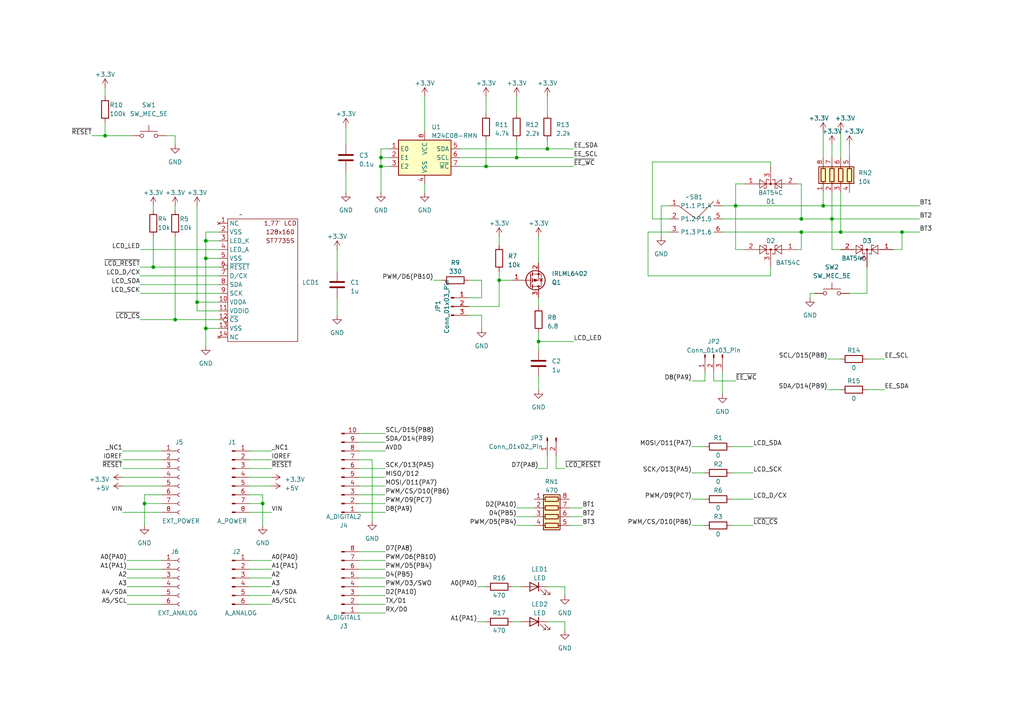
<source format=kicad_sch>
(kicad_sch (version 20230121) (generator eeschema)
  (paper "A4")
  (lib_symbols
    (symbol "Connector:Conn_01x02_Pin" (pin_names (offset 1.016) hide)
      (property "Reference" "J" (at 0 2.54 0))
      (property "Value" "Conn_01x02_Pin" (at 0 -5.08 0))
      (symbol "Conn_01x02_Pin_1_1"
        (pin passive line (at 5.08 0 180) (length 3.81) (name "Pin_1") (number "1"))
        (pin passive line (at 5.08 -2.54 180) (length 3.81) (name "Pin_2") (number "2"))
      )
    )
    (symbol "Connector:Conn_01x03_Pin" (pin_names (offset 1.016) hide)
      (property "Reference" "J" (at 0 5.08 0))
      (property "Value" "Conn_01x03_Pin" (at 0 -5.08 0))
      (symbol "Conn_01x03_Pin_1_1"
        (pin passive line (at 5.08 2.54 180) (length 3.81) (name "Pin_1") (number "1"))
        (pin passive line (at 5.08 0 180) (length 3.81) (name "Pin_2") (number "2"))
        (pin passive line (at 5.08 -2.54 180) (length 3.81) (name "Pin_3") (number "3"))
      )
    )
    (symbol "Connector:Conn_01x06_Pin" (pin_names (offset 1.016) hide)
      (property "Reference" "J" (at 0 7.62 0))
      (property "Value" "Conn_01x06_Pin" (at 0 -10.16 0))
      (symbol "Conn_01x06_Pin_1_1"
        (pin passive line (at 5.08 5.08 180) (length 3.81) (name "Pin_1") (number "1"))
        (pin passive line (at 5.08 2.54 180) (length 3.81) (name "Pin_2") (number "2"))
        (pin passive line (at 5.08 0 180) (length 3.81) (name "Pin_3") (number "3"))
        (pin passive line (at 5.08 -2.54 180) (length 3.81) (name "Pin_4") (number "4"))
        (pin passive line (at 5.08 -5.08 180) (length 3.81) (name "Pin_5") (number "5"))
        (pin passive line (at 5.08 -7.62 180) (length 3.81) (name "Pin_6") (number "6"))
      )
    )
    (symbol "Connector:Conn_01x06_Socket" (pin_names (offset 1.016) hide)
      (property "Reference" "J" (at 0 7.62 0))
      (property "Value" "Conn_01x06_Socket" (at 0 -10.16 0))
      (symbol "Conn_01x06_Socket_1_1"
        (pin passive line (at -5.08 5.08 0) (length 3.81) (name "Pin_1") (number "1"))
        (pin passive line (at -5.08 2.54 0) (length 3.81) (name "Pin_2") (number "2"))
        (pin passive line (at -5.08 0 0) (length 3.81) (name "Pin_3") (number "3"))
        (pin passive line (at -5.08 -2.54 0) (length 3.81) (name "Pin_4") (number "4"))
        (pin passive line (at -5.08 -5.08 0) (length 3.81) (name "Pin_5") (number "5"))
        (pin passive line (at -5.08 -7.62 0) (length 3.81) (name "Pin_6") (number "6"))
      )
    )
    (symbol "Connector:Conn_01x08_Pin" (pin_names (offset 1.016) hide)
      (property "Reference" "J" (at 0 10.16 0))
      (property "Value" "Conn_01x08_Pin" (at 0 -12.7 0))
      (symbol "Conn_01x08_Pin_1_1"
        (pin passive line (at 5.08 7.62 180) (length 3.81) (name "Pin_1") (number "1"))
        (pin passive line (at 5.08 5.08 180) (length 3.81) (name "Pin_2") (number "2"))
        (pin passive line (at 5.08 2.54 180) (length 3.81) (name "Pin_3") (number "3"))
        (pin passive line (at 5.08 0 180) (length 3.81) (name "Pin_4") (number "4"))
        (pin passive line (at 5.08 -2.54 180) (length 3.81) (name "Pin_5") (number "5"))
        (pin passive line (at 5.08 -5.08 180) (length 3.81) (name "Pin_6") (number "6"))
        (pin passive line (at 5.08 -7.62 180) (length 3.81) (name "Pin_7") (number "7"))
        (pin passive line (at 5.08 -10.16 180) (length 3.81) (name "Pin_8") (number "8"))
      )
    )
    (symbol "Connector:Conn_01x08_Socket" (pin_names (offset 1.016) hide)
      (property "Reference" "J" (at 0 10.16 0))
      (property "Value" "Conn_01x08_Socket" (at 0 -12.7 0))
      (symbol "Conn_01x08_Socket_1_1"
        (pin passive line (at -5.08 7.62 0) (length 3.81) (name "Pin_1") (number "1"))
        (pin passive line (at -5.08 5.08 0) (length 3.81) (name "Pin_2") (number "2"))
        (pin passive line (at -5.08 2.54 0) (length 3.81) (name "Pin_3") (number "3"))
        (pin passive line (at -5.08 0 0) (length 3.81) (name "Pin_4") (number "4"))
        (pin passive line (at -5.08 -2.54 0) (length 3.81) (name "Pin_5") (number "5"))
        (pin passive line (at -5.08 -5.08 0) (length 3.81) (name "Pin_6") (number "6"))
        (pin passive line (at -5.08 -7.62 0) (length 3.81) (name "Pin_7") (number "7"))
        (pin passive line (at -5.08 -10.16 0) (length 3.81) (name "Pin_8") (number "8"))
      )
    )
    (symbol "Connector:Conn_01x10_Pin" (pin_names (offset 1.016) hide)
      (property "Reference" "J" (at 0 12.7 0))
      (property "Value" "Conn_01x10_Pin" (at 0 -15.24 0))
      (symbol "Conn_01x10_Pin_1_1"
        (pin passive line (at 5.08 10.16 180) (length 3.81) (name "Pin_1") (number "1"))
        (pin passive line (at 5.08 -12.7 180) (length 3.81) (name "Pin_10") (number "10"))
        (pin passive line (at 5.08 7.62 180) (length 3.81) (name "Pin_2") (number "2"))
        (pin passive line (at 5.08 5.08 180) (length 3.81) (name "Pin_3") (number "3"))
        (pin passive line (at 5.08 2.54 180) (length 3.81) (name "Pin_4") (number "4"))
        (pin passive line (at 5.08 0 180) (length 3.81) (name "Pin_5") (number "5"))
        (pin passive line (at 5.08 -2.54 180) (length 3.81) (name "Pin_6") (number "6"))
        (pin passive line (at 5.08 -5.08 180) (length 3.81) (name "Pin_7") (number "7"))
        (pin passive line (at 5.08 -7.62 180) (length 3.81) (name "Pin_8") (number "8"))
        (pin passive line (at 5.08 -10.16 180) (length 3.81) (name "Pin_9") (number "9"))
      )
    )
    (symbol "Device:C" (pin_numbers hide) (pin_names (offset 0.254))
      (property "Reference" "C" (at 0.635 2.54 0))
      (property "Value" "C" (at 0.635 -2.54 0))
      (symbol "C_1_1"
        (pin passive line (at 0 3.81 270) (length 2.794) (name "~") (number "1"))
        (pin passive line (at 0 -3.81 90) (length 2.794) (name "~") (number "2"))
      )
    )
    (symbol "Device:LED" (pin_numbers hide) (pin_names (offset 1.016) hide)
      (property "Reference" "D" (at 0 2.54 0))
      (property "Value" "LED" (at 0 -2.54 0))
      (symbol "LED_1_1"
        (pin passive line (at -3.81 0 0) (length 2.54) (name "K") (number "1"))
        (pin passive line (at 3.81 0 180) (length 2.54) (name "A") (number "2"))
      )
    )
    (symbol "Device:R" (pin_numbers hide) (pin_names (offset 0))
      (property "Reference" "R" (at 2.032 0 90))
      (property "Value" "R" (at 0 0 90))
      (symbol "R_1_1"
        (pin passive line (at 0 3.81 270) (length 1.27) (name "~") (number "1"))
        (pin passive line (at 0 -3.81 90) (length 1.27) (name "~") (number "2"))
      )
    )
    (symbol "Device:R_Pack04" (pin_names (offset 0) hide)
      (property "Reference" "RN" (at -7.62 0 90))
      (property "Value" "R_Pack04" (at 5.08 0 90))
      (symbol "R_Pack04_1_1"
        (pin passive line (at -5.08 -5.08 90) (length 2.54) (name "R1.1") (number "1"))
        (pin passive line (at -2.54 -5.08 90) (length 2.54) (name "R2.1") (number "2"))
        (pin passive line (at 0 -5.08 90) (length 2.54) (name "R3.1") (number "3"))
        (pin passive line (at 2.54 -5.08 90) (length 2.54) (name "R4.1") (number "4"))
        (pin passive line (at 2.54 5.08 270) (length 2.54) (name "R4.2") (number "5"))
        (pin passive line (at 0 5.08 270) (length 2.54) (name "R3.2") (number "6"))
        (pin passive line (at -2.54 5.08 270) (length 2.54) (name "R2.2") (number "7"))
        (pin passive line (at -5.08 5.08 270) (length 2.54) (name "R1.2") (number "8"))
      )
    )
    (symbol "Diode:BAT54C" (pin_names (offset 1.016))
      (property "Reference" "D" (at 0.635 -3.81 0))
      (property "Value" "BAT54C" (at -6.35 3.175 0))
      (symbol "BAT54C_1_1"
        (pin passive line (at -7.62 0 0) (length 3.81) (name "~") (number "1"))
        (pin passive line (at 7.62 0 180) (length 3.81) (name "~") (number "2"))
        (pin passive line (at 0 -5.08 90) (length 5.08) (name "~") (number "3"))
      )
    )
    (symbol "K1-1504SA-03:K1-1504SA-03"
      (property "Reference" "SB" (at -2.54 6.35 0))
      (symbol "K1-1504SA-03_1_1"
        (pin input line (at -7.62 3.81 0) (length 2.54) (name "P1.1") (number "1"))
        (pin input line (at -7.62 0 0) (length 2.54) (name "P1.2") (number "2"))
        (pin input line (at -7.62 -3.81 0) (length 2.54) (name "P1.3") (number "3"))
        (pin input line (at 7.62 3.81 180) (length 2.54) (name "P1.4") (number "4"))
        (pin input line (at 7.62 0 180) (length 2.54) (name "P1.5") (number "5"))
        (pin input line (at 7.62 -3.81 180) (length 2.54) (name "P1.6") (number "6"))
      )
    )
    (symbol "Memory_EEPROM:M24C02-RMN"
      (property "Reference" "U" (at -6.35 6.35 0))
      (property "Value" "M24C02-RMN" (at 7.62 6.35 0))
      (symbol "M24C02-RMN_1_1"
        (pin input line (at -10.16 2.54 0) (length 2.54) (name "E0") (number "1"))
        (pin input line (at -10.16 0 0) (length 2.54) (name "E1") (number "2"))
        (pin input line (at -10.16 -2.54 0) (length 2.54) (name "E2") (number "3"))
        (pin power_in line (at 0 -7.62 90) (length 2.54) (name "VSS") (number "4"))
        (pin bidirectional line (at 10.16 2.54 180) (length 2.54) (name "SDA") (number "5"))
        (pin input line (at 10.16 0 180) (length 2.54) (name "SCL") (number "6"))
        (pin input line (at 10.16 -2.54 180) (length 2.54) (name "~{WC}") (number "7"))
        (pin power_in line (at 0 7.62 270) (length 2.54) (name "VCC") (number "8"))
      )
    )
    (symbol "ST7735_GMT177-01:ST7735"
      (property "Reference" "LCD" (at -6.35 19.05 0))
      (symbol "ST7735_1_1"
        (text "1,77' LCD" (at 5.08 16.51 0) (effects (font (size 1.27 1.27))))
        (text "128x160" (at 5.08 13.97 0) (effects (font (size 1.27 1.27))))
        (text "ST7735S" (at 5.08 11.43 0) (effects (font (size 1.27 1.27))))
        (pin no_connect line (at -12.7 16.51 0) (length 2.54) (name "NC") (number "1"))
        (pin power_in line (at -12.7 -6.35 0) (length 2.54) (name "VDDA") (number "10"))
        (pin power_in line (at -12.7 -8.89 0) (length 2.54) (name "VDDIO") (number "11"))
        (pin input inverted (at -12.7 -11.43 0) (length 2.54) (name "~{CS}") (number "12"))
        (pin power_in line (at -12.7 -13.97 0) (length 2.54) (name "VSS") (number "13"))
        (pin no_connect line (at -12.7 -16.51 0) (length 2.54) (name "NC") (number "14"))
        (pin power_in line (at -12.7 13.97 0) (length 2.54) (name "VSS") (number "2"))
        (pin input line (at -12.7 11.43 0) (length 2.54) (name "LED_K") (number "3"))
        (pin input line (at -12.7 8.89 0) (length 2.54) (name "LED_A") (number "4"))
        (pin power_in line (at -12.7 6.35 0) (length 2.54) (name "VSS") (number "5"))
        (pin input inverted (at -12.7 3.81 0) (length 2.54) (name "~{RESET}") (number "6"))
        (pin input line (at -12.7 1.27 0) (length 2.54) (name "D/CX") (number "7"))
        (pin bidirectional line (at -12.7 -1.27 0) (length 2.54) (name "SDA") (number "8"))
        (pin input line (at -12.7 -3.81 0) (length 2.54) (name "SCK") (number "9"))
      )
    )
    (symbol "Switch:SW_Push" (pin_numbers hide) (pin_names (offset 1.016) hide)
      (property "Reference" "SW" (at 1.27 2.54 0))
      (property "Value" "SW_Push" (at 0 -1.524 0))
      (symbol "SW_Push_0_1"
        (pin passive line (at -5.08 0 0) (length 2.54) (name "1") (number "1"))
        (pin passive line (at 5.08 0 180) (length 2.54) (name "2") (number "2"))
      )
    )
    (symbol "Transistor_FET:IRLML6402" (pin_names hide)
      (property "Reference" "Q" (at 5.08 1.905 0))
      (property "Value" "IRLML6402" (at 5.08 0 0))
      (symbol "IRLML6402_1_1"
        (pin input line (at -5.08 0 0) (length 2.54) (name "G") (number "1"))
        (pin passive line (at 2.54 -5.08 90) (length 2.54) (name "S") (number "2"))
        (pin passive line (at 2.54 5.08 270) (length 2.54) (name "D") (number "3"))
      )
    )
    (symbol "power:+3.3V" (power) (pin_names (offset 0))
      (property "Value" "+3.3V" (at 0 3.556 0))
      (symbol "+3.3V_1_1"
        (pin power_in line (at 0 0 90) (length 0) hide (name "+3.3V") (number "1"))
      )
    )
    (symbol "power:+5V" (power) (pin_names (offset 0))
      (property "Value" "+5V" (at 0 3.556 0))
      (symbol "+5V_1_1"
        (pin power_in line (at 0 0 90) (length 0) hide (name "+5V") (number "1"))
      )
    )
    (symbol "power:GND" (power) (pin_names (offset 0))
      (property "Value" "GND" (at 0 -3.81 0))
      (symbol "GND_1_1"
        (pin power_in line (at 0 0 270) (length 0) hide (name "GND") (number "1"))
      )
    )
  )
  (junction (at 158.75 43.18))
  (junction (at 57.15 87.63))
  (junction (at 30.48 39.37))
  (junction (at 50.8 92.71))
  (junction (at 241.3 63.5))
  (junction (at 59.69 74.93))
  (junction (at 213.36 59.69))
  (junction (at 156.21 99.06))
  (junction (at 232.41 67.31))
  (junction (at 44.45 77.47))
  (junction (at 59.69 95.25))
  (junction (at 149.86 45.72))
  (junction (at 110.49 45.72))
  (junction (at 140.97 48.26))
  (junction (at 144.78 81.28))
  (junction (at 232.41 63.5))
  (junction (at 243.84 67.31))
  (junction (at 261.62 67.31))
  (junction (at 59.69 69.85))
  (junction (at 76.2 146.05))
  (junction (at 41.91 146.05))
  (junction (at 110.49 48.26))
  (junction (at 238.76 59.69))
  (wire (pts (xy 40.64 82.55) (xy 63.5 82.55)))
  (wire (pts (xy 40.64 85.09) (xy 63.5 85.09)))
  (wire (pts (xy 158.75 180.34) (xy 163.83 180.34)))
  (wire (pts (xy 35.56 140.97) (xy 46.99 140.97)))
  (wire (pts (xy 44.45 59.69) (xy 44.45 60.96)))
  (wire (pts (xy 144.78 88.9) (xy 144.78 81.28)))
  (wire (pts (xy 149.86 27.94) (xy 149.86 33.02)))
  (wire (pts (xy 107.95 133.35) (xy 107.95 151.13)))
  (wire (pts (xy 57.15 87.63) (xy 57.15 90.17)))
  (wire (pts (xy 241.3 55.88) (xy 241.3 63.5)))
  (wire (pts (xy 35.56 138.43) (xy 46.99 138.43)))
  (wire (pts (xy 97.79 86.36) (xy 97.79 91.44)))
  (wire (pts (xy 194.31 67.31) (xy 187.96 67.31)))
  (wire (pts (xy 35.56 130.81) (xy 46.99 130.81)))
  (wire (pts (xy 72.39 146.05) (xy 76.2 146.05)))
  (wire (pts (xy 59.69 69.85) (xy 59.69 74.93)))
  (wire (pts (xy 30.48 35.56) (xy 30.48 39.37)))
  (wire (pts (xy 234.95 85.09) (xy 234.95 86.36)))
  (wire (pts (xy 243.84 67.31) (xy 261.62 67.31)))
  (wire (pts (xy 140.97 27.94) (xy 140.97 33.02)))
  (wire (pts (xy 209.55 107.95) (xy 209.55 114.3)))
  (wire (pts (xy 231.14 53.34) (xy 232.41 53.34)))
  (wire (pts (xy 35.56 133.35) (xy 46.99 133.35)))
  (wire (pts (xy 149.86 152.4) (xy 154.94 152.4)))
  (wire (pts (xy 104.14 128.27) (xy 111.76 128.27)))
  (wire (pts (xy 104.14 135.89) (xy 111.76 135.89)))
  (wire (pts (xy 156.21 96.52) (xy 156.21 99.06)))
  (wire (pts (xy 36.83 170.18) (xy 46.99 170.18)))
  (wire (pts (xy 223.52 77.47) (xy 223.52 80.01)))
  (wire (pts (xy 204.47 110.49) (xy 200.66 110.49)))
  (wire (pts (xy 72.39 172.72) (xy 78.74 172.72)))
  (wire (pts (xy 104.14 143.51) (xy 111.76 143.51)))
  (wire (pts (xy 50.8 92.71) (xy 63.5 92.71)))
  (wire (pts (xy 26.67 39.37) (xy 30.48 39.37)))
  (wire (pts (xy 191.77 59.69) (xy 191.77 68.58)))
  (wire (pts (xy 158.75 43.18) (xy 158.75 40.64)))
  (wire (pts (xy 261.62 72.39) (xy 261.62 67.31)))
  (wire (pts (xy 59.69 95.25) (xy 59.69 100.33)))
  (wire (pts (xy 209.55 59.69) (xy 213.36 59.69)))
  (wire (pts (xy 97.79 72.39) (xy 97.79 78.74)))
  (wire (pts (xy 44.45 68.58) (xy 44.45 77.47)))
  (wire (pts (xy 200.66 152.4) (xy 204.47 152.4)))
  (wire (pts (xy 57.15 90.17) (xy 63.5 90.17)))
  (wire (pts (xy 144.78 81.28) (xy 144.78 78.74)))
  (wire (pts (xy 232.41 63.5) (xy 209.55 63.5)))
  (wire (pts (xy 104.14 165.1) (xy 111.76 165.1)))
  (wire (pts (xy 246.38 41.91) (xy 246.38 45.72)))
  (wire (pts (xy 213.36 59.69) (xy 213.36 72.39)))
  (wire (pts (xy 232.41 67.31) (xy 232.41 72.39)))
  (wire (pts (xy 163.83 170.18) (xy 163.83 172.72)))
  (wire (pts (xy 110.49 43.18) (xy 113.03 43.18)))
  (wire (pts (xy 161.29 135.89) (xy 161.29 132.08)))
  (wire (pts (xy 133.35 43.18) (xy 158.75 43.18)))
  (wire (pts (xy 35.56 135.89) (xy 46.99 135.89)))
  (wire (pts (xy 149.86 45.72) (xy 149.86 40.64)))
  (wire (pts (xy 138.43 180.34) (xy 140.97 180.34)))
  (wire (pts (xy 240.03 113.03) (xy 243.84 113.03)))
  (wire (pts (xy 100.33 49.53) (xy 100.33 55.88)))
  (wire (pts (xy 243.84 55.88) (xy 243.84 67.31)))
  (wire (pts (xy 104.14 140.97) (xy 111.76 140.97)))
  (wire (pts (xy 238.76 38.1) (xy 238.76 45.72)))
  (wire (pts (xy 144.78 81.28) (xy 148.59 81.28)))
  (wire (pts (xy 156.21 135.89) (xy 158.75 135.89)))
  (wire (pts (xy 261.62 67.31) (xy 266.7 67.31)))
  (wire (pts (xy 35.56 148.59) (xy 46.99 148.59)))
  (wire (pts (xy 149.86 149.86) (xy 154.94 149.86)))
  (wire (pts (xy 165.1 152.4) (xy 168.91 152.4)))
  (wire (pts (xy 163.83 135.89) (xy 161.29 135.89)))
  (wire (pts (xy 41.91 146.05) (xy 46.99 146.05)))
  (wire (pts (xy 50.8 41.91) (xy 50.8 39.37)))
  (wire (pts (xy 72.39 138.43) (xy 78.74 138.43)))
  (wire (pts (xy 72.39 143.51) (xy 76.2 143.51)))
  (wire (pts (xy 104.14 130.81) (xy 111.76 130.81)))
  (wire (pts (xy 241.3 72.39) (xy 243.84 72.39)))
  (wire (pts (xy 110.49 45.72) (xy 113.03 45.72)))
  (wire (pts (xy 187.96 67.31) (xy 187.96 80.01)))
  (wire (pts (xy 40.64 72.39) (xy 63.5 72.39)))
  (wire (pts (xy 213.36 53.34) (xy 213.36 59.69)))
  (wire (pts (xy 243.84 67.31) (xy 232.41 67.31)))
  (wire (pts (xy 139.7 91.44) (xy 139.7 95.25)))
  (wire (pts (xy 104.14 172.72) (xy 111.76 172.72)))
  (wire (pts (xy 46.99 143.51) (xy 41.91 143.51)))
  (wire (pts (xy 156.21 86.36) (xy 156.21 88.9)))
  (wire (pts (xy 72.39 135.89) (xy 78.74 135.89)))
  (wire (pts (xy 104.14 167.64) (xy 111.76 167.64)))
  (wire (pts (xy 104.14 125.73) (xy 111.76 125.73)))
  (wire (pts (xy 123.19 53.34) (xy 123.19 55.88)))
  (wire (pts (xy 148.59 180.34) (xy 151.13 180.34)))
  (wire (pts (xy 40.64 92.71) (xy 50.8 92.71)))
  (wire (pts (xy 59.69 69.85) (xy 63.5 69.85)))
  (wire (pts (xy 189.23 63.5) (xy 194.31 63.5)))
  (wire (pts (xy 187.96 80.01) (xy 223.52 80.01)))
  (wire (pts (xy 133.35 48.26) (xy 140.97 48.26)))
  (wire (pts (xy 36.83 162.56) (xy 46.99 162.56)))
  (wire (pts (xy 104.14 170.18) (xy 111.76 170.18)))
  (wire (pts (xy 158.75 135.89) (xy 158.75 132.08)))
  (wire (pts (xy 158.75 170.18) (xy 163.83 170.18)))
  (wire (pts (xy 72.39 130.81) (xy 78.74 130.81)))
  (wire (pts (xy 140.97 48.26) (xy 166.37 48.26)))
  (wire (pts (xy 212.09 137.16) (xy 218.44 137.16)))
  (wire (pts (xy 200.66 144.78) (xy 204.47 144.78)))
  (wire (pts (xy 72.39 162.56) (xy 78.74 162.56)))
  (wire (pts (xy 223.52 48.26) (xy 223.52 46.99)))
  (wire (pts (xy 215.9 53.34) (xy 213.36 53.34)))
  (wire (pts (xy 156.21 99.06) (xy 166.37 99.06)))
  (wire (pts (xy 44.45 77.47) (xy 63.5 77.47)))
  (wire (pts (xy 156.21 68.58) (xy 156.21 76.2)))
  (wire (pts (xy 59.69 67.31) (xy 59.69 69.85)))
  (wire (pts (xy 212.09 152.4) (xy 218.44 152.4)))
  (wire (pts (xy 149.86 45.72) (xy 166.37 45.72)))
  (wire (pts (xy 110.49 48.26) (xy 113.03 48.26)))
  (wire (pts (xy 163.83 180.34) (xy 163.83 182.88)))
  (wire (pts (xy 204.47 107.95) (xy 204.47 110.49)))
  (wire (pts (xy 36.83 165.1) (xy 46.99 165.1)))
  (wire (pts (xy 59.69 74.93) (xy 59.69 95.25)))
  (wire (pts (xy 104.14 146.05) (xy 111.76 146.05)))
  (wire (pts (xy 72.39 140.97) (xy 78.74 140.97)))
  (wire (pts (xy 251.46 104.14) (xy 256.54 104.14)))
  (wire (pts (xy 238.76 59.69) (xy 266.7 59.69)))
  (wire (pts (xy 76.2 146.05) (xy 76.2 152.4)))
  (wire (pts (xy 50.8 59.69) (xy 50.8 60.96)))
  (wire (pts (xy 104.14 138.43) (xy 111.76 138.43)))
  (wire (pts (xy 240.03 104.14) (xy 243.84 104.14)))
  (wire (pts (xy 259.08 72.39) (xy 261.62 72.39)))
  (wire (pts (xy 156.21 99.06) (xy 156.21 101.6)))
  (wire (pts (xy 59.69 74.93) (xy 63.5 74.93)))
  (wire (pts (xy 72.39 165.1) (xy 78.74 165.1)))
  (wire (pts (xy 41.91 146.05) (xy 41.91 152.4)))
  (wire (pts (xy 234.95 85.09) (xy 236.22 85.09)))
  (wire (pts (xy 139.7 81.28) (xy 139.7 86.36)))
  (wire (pts (xy 110.49 48.26) (xy 110.49 55.88)))
  (wire (pts (xy 241.3 72.39) (xy 241.3 63.5)))
  (wire (pts (xy 232.41 53.34) (xy 232.41 63.5)))
  (wire (pts (xy 165.1 147.32) (xy 168.91 147.32)))
  (wire (pts (xy 148.59 170.18) (xy 151.13 170.18)))
  (wire (pts (xy 76.2 143.51) (xy 76.2 146.05)))
  (wire (pts (xy 158.75 27.94) (xy 158.75 33.02)))
  (wire (pts (xy 135.89 88.9) (xy 144.78 88.9)))
  (wire (pts (xy 135.89 91.44) (xy 139.7 91.44)))
  (wire (pts (xy 72.39 148.59) (xy 78.74 148.59)))
  (wire (pts (xy 165.1 149.86) (xy 168.91 149.86)))
  (wire (pts (xy 207.01 110.49) (xy 213.36 110.49)))
  (wire (pts (xy 200.66 129.54) (xy 204.47 129.54)))
  (wire (pts (xy 100.33 36.83) (xy 100.33 41.91)))
  (wire (pts (xy 200.66 137.16) (xy 204.47 137.16)))
  (wire (pts (xy 104.14 133.35) (xy 107.95 133.35)))
  (wire (pts (xy 144.78 68.58) (xy 144.78 71.12)))
  (wire (pts (xy 40.64 80.01) (xy 63.5 80.01)))
  (wire (pts (xy 41.91 143.51) (xy 41.91 146.05)))
  (wire (pts (xy 156.21 109.22) (xy 156.21 113.03)))
  (wire (pts (xy 212.09 144.78) (xy 218.44 144.78)))
  (wire (pts (xy 72.39 170.18) (xy 78.74 170.18)))
  (wire (pts (xy 110.49 45.72) (xy 110.49 48.26)))
  (wire (pts (xy 72.39 175.26) (xy 78.74 175.26)))
  (wire (pts (xy 213.36 72.39) (xy 215.9 72.39)))
  (wire (pts (xy 251.46 113.03) (xy 256.54 113.03)))
  (wire (pts (xy 57.15 87.63) (xy 63.5 87.63)))
  (wire (pts (xy 30.48 25.4) (xy 30.48 27.94)))
  (wire (pts (xy 140.97 48.26) (xy 140.97 40.64)))
  (wire (pts (xy 36.83 175.26) (xy 46.99 175.26)))
  (wire (pts (xy 207.01 107.95) (xy 207.01 110.49)))
  (wire (pts (xy 212.09 129.54) (xy 218.44 129.54)))
  (wire (pts (xy 241.3 63.5) (xy 266.7 63.5)))
  (wire (pts (xy 36.83 167.64) (xy 46.99 167.64)))
  (wire (pts (xy 50.8 39.37) (xy 48.26 39.37)))
  (wire (pts (xy 223.52 46.99) (xy 189.23 46.99)))
  (wire (pts (xy 241.3 41.91) (xy 241.3 45.72)))
  (wire (pts (xy 135.89 81.28) (xy 139.7 81.28)))
  (wire (pts (xy 251.46 77.47) (xy 251.46 85.09)))
  (wire (pts (xy 243.84 38.1) (xy 243.84 45.72)))
  (wire (pts (xy 59.69 67.31) (xy 63.5 67.31)))
  (wire (pts (xy 189.23 46.99) (xy 189.23 63.5)))
  (wire (pts (xy 57.15 59.69) (xy 57.15 87.63)))
  (wire (pts (xy 238.76 59.69) (xy 213.36 59.69)))
  (wire (pts (xy 59.69 95.25) (xy 63.5 95.25)))
  (wire (pts (xy 158.75 43.18) (xy 166.37 43.18)))
  (wire (pts (xy 40.64 77.47) (xy 44.45 77.47)))
  (wire (pts (xy 149.86 147.32) (xy 154.94 147.32)))
  (wire (pts (xy 36.83 172.72) (xy 46.99 172.72)))
  (wire (pts (xy 110.49 43.18) (xy 110.49 45.72)))
  (wire (pts (xy 246.38 85.09) (xy 251.46 85.09)))
  (wire (pts (xy 104.14 162.56) (xy 111.76 162.56)))
  (wire (pts (xy 104.14 160.02) (xy 111.76 160.02)))
  (wire (pts (xy 138.43 170.18) (xy 140.97 170.18)))
  (wire (pts (xy 139.7 86.36) (xy 135.89 86.36)))
  (wire (pts (xy 194.31 59.69) (xy 191.77 59.69)))
  (wire (pts (xy 30.48 39.37) (xy 38.1 39.37)))
  (wire (pts (xy 133.35 45.72) (xy 149.86 45.72)))
  (wire (pts (xy 238.76 55.88) (xy 238.76 59.69)))
  (wire (pts (xy 125.73 81.28) (xy 128.27 81.28)))
  (wire (pts (xy 241.3 63.5) (xy 232.41 63.5)))
  (wire (pts (xy 104.14 177.8) (xy 111.76 177.8)))
  (wire (pts (xy 50.8 68.58) (xy 50.8 92.71)))
  (wire (pts (xy 104.14 148.59) (xy 111.76 148.59)))
  (wire (pts (xy 231.14 72.39) (xy 232.41 72.39)))
  (wire (pts (xy 209.55 67.31) (xy 232.41 67.31)))
  (wire (pts (xy 123.19 27.94) (xy 123.19 38.1)))
  (wire (pts (xy 104.14 175.26) (xy 111.76 175.26)))
  (wire (pts (xy 72.39 167.64) (xy 78.74 167.64)))
  (wire (pts (xy 72.39 133.35) (xy 78.74 133.35)))
  (label "RX{slash}D0" (at 111.76 177.8 0))
  (label "MOSI{slash}D11(PA7)" (at 111.76 140.97 0))
  (label "BT2" (at 266.7 63.5 0))
  (label "MISO{slash}D12" (at 111.76 138.43 0))
  (label "A2" (at 36.83 167.64 180))
  (label "D2(PA10)" (at 111.76 172.72 0))
  (label "~{EE_WC}" (at 166.37 48.26 0))
  (label "~{LCD_CS}" (at 40.64 92.71 180))
  (label "EE_SCL" (at 166.37 45.72 0))
  (label "A1(PA1)" (at 36.83 165.1 180))
  (label "SCL{slash}D15(PB8)" (at 111.76 125.73 0))
  (label "A1(PA1)" (at 78.74 165.1 0))
  (label "BT1" (at 266.7 59.69 0))
  (label "D8(PA9)" (at 200.66 110.49 180))
  (label "PWM{slash}D3{slash}SWO" (at 111.76 170.18 0))
  (label "BT3" (at 168.91 152.4 0))
  (label "PWM{slash}D6(PB10)" (at 125.73 81.28 180))
  (label "PWM{slash}D6(PB10)" (at 111.76 162.56 0))
  (label "_NC1" (at 35.56 130.81 180))
  (label "A1(PA1)" (at 138.43 180.34 180))
  (label "A0(PA0)" (at 78.74 162.56 0))
  (label "LCD_SCK" (at 40.64 85.09 180))
  (label "IOREF" (at 78.74 133.35 0))
  (label "LCD_D{slash}CX" (at 40.64 80.01 180))
  (label "D2(PA10)" (at 149.86 147.32 180))
  (label "D7(PA8)" (at 111.76 160.02 0))
  (label "LCD_SCK" (at 218.44 137.16 0))
  (label "MOSI{slash}D11(PA7)" (at 200.66 129.54 180))
  (label "SDA{slash}D14(PB9)" (at 240.03 113.03 180))
  (label "VIN" (at 78.74 148.59 0))
  (label "AVDD" (at 111.76 130.81 0))
  (label "D4(PB5)" (at 149.86 149.86 180))
  (label "PWM{slash}D5(PB4)" (at 111.76 165.1 0))
  (label "LCD_SDA" (at 218.44 129.54 0))
  (label "~{EE_WC}" (at 213.36 110.49 0))
  (label "D7(PA8)" (at 156.21 135.89 180))
  (label "LCD_LED" (at 40.64 72.39 180))
  (label "A3" (at 36.83 170.18 180))
  (label "SDA{slash}D14(PB9)" (at 111.76 128.27 0))
  (label "A5{slash}SCL" (at 78.74 175.26 0))
  (label "EE_SCL" (at 256.54 104.14 0))
  (label "D4(PB5)" (at 111.76 167.64 0))
  (label "A2" (at 78.74 167.64 0))
  (label "PWM{slash}CS{slash}D10(PB6)" (at 111.76 143.51 0))
  (label "VIN" (at 35.56 148.59 180))
  (label "A3" (at 78.74 170.18 0))
  (label "~{LCD_CS}" (at 218.44 152.4 0))
  (label "PWM{slash}D5(PB4)" (at 149.86 152.4 180))
  (label "TX{slash}D1" (at 111.76 175.26 0))
  (label "BT2" (at 168.91 149.86 0))
  (label "LCD_SDA" (at 40.64 82.55 180))
  (label "A5{slash}SCL" (at 36.83 175.26 180))
  (label "LCD_LED" (at 166.37 99.06 0))
  (label "EE_SDA" (at 256.54 113.03 0))
  (label "BT1" (at 168.91 147.32 0))
  (label "~{LCD_RESET}" (at 163.83 135.89 0))
  (label "SCL{slash}D15(PB8)" (at 240.03 104.14 180))
  (label "PWM{slash}D9(PC7)" (at 200.66 144.78 180))
  (label "LCD_D{slash}CX" (at 218.44 144.78 0))
  (label "EE_SDA" (at 166.37 43.18 0))
  (label "~{RESET}" (at 78.74 135.89 0))
  (label "~{LCD_RESET}" (at 40.64 77.47 180))
  (label "BT3" (at 266.7 67.31 0))
  (label "PWM{slash}CS{slash}D10(PB6)" (at 200.66 152.4 180))
  (label "_NC1" (at 78.74 130.81 0))
  (label "~{RESET}" (at 35.56 135.89 180))
  (label "PWM{slash}D9(PC7)" (at 111.76 146.05 0))
  (label "~{RESET}" (at 26.67 39.37 180))
  (label "SCK{slash}D13(PA5)" (at 111.76 135.89 0))
  (label "A4{slash}SDA" (at 78.74 172.72 0))
  (label "IOREF" (at 35.56 133.35 180))
  (label "A4{slash}SDA" (at 36.83 172.72 180))
  (label "D8(PA9)" (at 111.76 148.59 0))
  (label "SCK{slash}D13(PA5)" (at 200.66 137.16 180))
  (label "A0(PA0)" (at 36.83 162.56 180))
  (label "A0(PA0)" (at 138.43 170.18 180))
  (symbol (lib_id "Transistor_FET:IRLML6402") (at 153.67 81.28 0) (mirror x) (unit 1)
    (property "Reference" "Q1" (at 160.02 81.915 0) (effects (justify left)))
    (property "Value" "IRLML6402" (at 160.02 79.375 0) (effects (justify left)))
    (property "Footprint" "Package_TO_SOT_SMD:SOT-23" (effects hide))
    (property "Datasheet" "https://www.infineon.com/dgdl/irlml6402pbf.pdf?fileId=5546d462533600a401535668d5c2263c" (effects hide))
  )
  (symbol (lib_id "power:GND") (at 234.95 86.36 0) (unit 1)
    (property "Reference" "#PWR024" (effects hide))
    (property "Value" "GND" (at 234.95 91.44 0))
  )
  (symbol (lib_id "Connector:Conn_01x03_Pin") (at 207.01 102.87 90) (mirror x) (unit 1)
    (property "Reference" "JP2" (at 207.01 99.06 90))
    (property "Value" "Conn_01x03_Pin" (at 207.01 101.6 90))
    (property "Footprint" "Connector_PinHeader_2.54mm:PinHeader_1x03_P2.54mm_Vertical" (effects hide))
  )
  (symbol (lib_id "power:+3.3V") (at 156.21 68.58 0) (unit 1)
    (property "Reference" "#PWR019" (effects hide))
    (property "Value" "+3.3V" (at 156.21 64.77 0))
  )
  (symbol (lib_id "Device:R") (at 208.28 137.16 270) (unit 1)
    (property "Reference" "R2" (at 208.28 134.62 90))
    (property "Value" "0" (at 208.28 139.7 90))
    (property "Footprint" "Resistor_SMD:R_1206_3216Metric" (effects hide))
  )
  (symbol (lib_id "Device:LED") (at 154.94 170.18 0) (mirror y) (unit 1)
    (property "Reference" "LED1" (at 156.5275 165.1 0))
    (property "Value" "LED" (at 156.5275 167.64 0))
    (property "Footprint" "LED_SMD:LED_0805_2012Metric" (effects hide))
  )
  (symbol (lib_id "power:GND") (at 123.19 55.88 0) (unit 1)
    (property "Reference" "#PWR029" (effects hide))
    (property "Value" "GND" (at 123.19 60.96 0))
  )
  (symbol (lib_id "power:GND") (at 100.33 55.88 0) (unit 1)
    (property "Reference" "#PWR030" (effects hide))
    (property "Value" "GND" (at 100.33 60.96 0))
  )
  (symbol (lib_id "Device:C") (at 97.79 82.55 0) (unit 1)
    (property "Reference" "C1" (at 101.6 81.915 0) (effects (justify left)))
    (property "Value" "1u" (at 101.6 84.455 0) (effects (justify left)))
    (property "Footprint" "Capacitor_SMD:C_1206_3216Metric" (effects hide))
  )
  (symbol (lib_id "power:+3.3V") (at 50.8 59.69 0) (unit 1)
    (property "Reference" "#PWR03" (effects hide))
    (property "Value" "+3.3V" (at 50.8 55.88 0))
  )
  (symbol (lib_id "Device:R") (at 208.28 144.78 270) (unit 1)
    (property "Reference" "R6" (at 208.28 142.24 90))
    (property "Value" "0" (at 208.28 147.32 90))
    (property "Footprint" "Resistor_SMD:R_1206_3216Metric" (effects hide))
  )
  (symbol (lib_id "Device:R") (at 208.28 152.4 270) (unit 1)
    (property "Reference" "R3" (at 208.28 149.86 90))
    (property "Value" "0" (at 208.28 154.94 90))
    (property "Footprint" "Resistor_SMD:R_1206_3216Metric" (effects hide))
  )
  (symbol (lib_id "power:+3.3V") (at 149.86 27.94 0) (unit 1)
    (property "Reference" "#PWR032" (effects hide))
    (property "Value" "+3.3V" (at 149.86 24.13 0))
  )
  (symbol (lib_id "power:+3.3V") (at 123.19 27.94 0) (unit 1)
    (property "Reference" "#PWR027" (effects hide))
    (property "Value" "+3.3V" (at 123.19 24.13 0))
  )
  (symbol (lib_id "K1-1504SA-03:K1-1504SA-03") (at 201.93 63.5 0) (unit 1)
    (property "Reference" "SB1" (at 201.93 57.15 0))
    (property "Value" "~" (at 199.39 57.15 0))
    (property "Footprint" "K1-1504SA-03:K1-1504SA-03" (effects hide))
  )
  (symbol (lib_id "power:+5V") (at 78.74 140.97 270) (mirror x) (unit 1)
    (property "Reference" "#PWR09" (effects hide))
    (property "Value" "+5V" (at 82.55 141.605 90) (effects (justify left)))
  )
  (symbol (lib_id "Device:R") (at 208.28 129.54 270) (unit 1)
    (property "Reference" "R1" (at 208.28 127 90))
    (property "Value" "0" (at 208.28 132.08 90))
    (property "Footprint" "Resistor_SMD:R_1206_3216Metric" (effects hide))
  )
  (symbol (lib_id "Connector:Conn_01x03_Pin") (at 130.81 88.9 0) (unit 1)
    (property "Reference" "JP1" (at 127 88.9 90))
    (property "Value" "Conn_01x03_Pin" (at 129.54 88.9 90))
    (property "Footprint" "Connector_PinHeader_2.54mm:PinHeader_1x03_P2.54mm_Vertical" (effects hide))
  )
  (symbol (lib_id "Device:R") (at 30.48 31.75 180) (unit 1)
    (property "Reference" "R10" (at 31.75 30.48 0) (effects (justify right)))
    (property "Value" "100k" (at 31.75 33.02 0) (effects (justify right)))
    (property "Footprint" "Resistor_SMD:R_1206_3216Metric" (effects hide))
  )
  (symbol (lib_id "power:+3.3V") (at 238.76 38.1 0) (unit 1)
    (property "Reference" "#PWR033" (effects hide))
    (property "Value" "+3.3V" (at 237.49 34.29 0))
  )
  (symbol (lib_id "power:+3.3V") (at 44.45 59.69 0) (unit 1)
    (property "Reference" "#PWR04" (effects hide))
    (property "Value" "+3.3V" (at 44.45 55.88 0))
  )
  (symbol (lib_id "power:GND") (at 139.7 95.25 0) (unit 1)
    (property "Reference" "#PWR017" (effects hide))
    (property "Value" "GND" (at 139.7 100.33 0))
  )
  (symbol (lib_id "power:GND") (at 163.83 172.72 0) (unit 1)
    (property "Reference" "#PWR014" (effects hide))
    (property "Value" "GND" (at 163.83 177.8 0))
  )
  (symbol (lib_id "Device:R") (at 144.78 180.34 270) (unit 1)
    (property "Reference" "R17" (at 144.78 177.8 90))
    (property "Value" "470" (at 144.78 182.88 90))
    (property "Footprint" "Resistor_SMD:R_1206_3216Metric" (effects hide))
  )
  (symbol (lib_id "power:GND") (at 191.77 68.58 0) (unit 1)
    (property "Reference" "#PWR023" (effects hide))
    (property "Value" "GND" (at 191.77 73.66 0))
  )
  (symbol (lib_id "Device:R") (at 144.78 74.93 180) (unit 1)
    (property "Reference" "R7" (at 147.32 74.295 0) (effects (justify right)))
    (property "Value" "10k" (at 147.32 76.835 0) (effects (justify right)))
    (property "Footprint" "Resistor_SMD:R_1206_3216Metric" (effects hide))
  )
  (symbol (lib_id "Device:LED") (at 154.94 180.34 0) (mirror y) (unit 1)
    (property "Reference" "LED2" (at 156.5275 175.26 0))
    (property "Value" "LED" (at 156.5275 177.8 0))
    (property "Footprint" "LED_SMD:LED_0805_2012Metric" (effects hide))
  )
  (symbol (lib_id "Device:R") (at 140.97 36.83 180) (unit 1)
    (property "Reference" "R11" (at 143.51 36.195 0) (effects (justify right)))
    (property "Value" "4.7k" (at 143.51 38.735 0) (effects (justify right)))
    (property "Footprint" "Resistor_SMD:R_1206_3216Metric" (effects hide))
  )
  (symbol (lib_id "Device:R") (at 50.8 64.77 0) (unit 1)
    (property "Reference" "R5" (at 52.07 63.5 0) (effects (justify left)))
    (property "Value" "10k" (at 52.07 66.04 0) (effects (justify left)))
    (property "Footprint" "Resistor_SMD:R_1206_3216Metric" (effects hide))
  )
  (symbol (lib_id "power:+3.3V") (at 158.75 27.94 0) (unit 1)
    (property "Reference" "#PWR028" (effects hide))
    (property "Value" "+3.3V" (at 158.75 24.13 0))
  )
  (symbol (lib_id "Switch:SW_Push") (at 43.18 39.37 0) (unit 1)
    (property "Reference" "SW1" (at 43.18 30.48 0))
    (property "Value" "SW_MEC_5E" (at 43.18 33.02 0))
    (property "Footprint" "Button_Switch_SMD:SW_SPST_SKQG_WithStem" (effects hide))
  )
  (symbol (lib_id "Diode:BAT54C") (at 223.52 72.39 0) (mirror y) (unit 1)
    (property "Reference" "D2" (at 223.52 69.85 0))
    (property "Value" "BAT54C" (at 228.6 76.2 0))
    (property "Footprint" "Package_TO_SOT_SMD:SOT-23" (effects hide))
    (property "Datasheet" "http://www.diodes.com/_files/datasheets/ds11005.pdf" (effects hide))
  )
  (symbol (lib_id "power:+3.3V") (at 100.33 36.83 0) (unit 1)
    (property "Reference" "#PWR025" (effects hide))
    (property "Value" "+3.3V" (at 100.33 33.02 0))
  )
  (symbol (lib_id "Connector:Conn_01x08_Pin") (at 67.31 138.43 0) (unit 1)
    (property "Reference" "J1" (at 67.31 128.27 0))
    (property "Value" "A_POWER" (at 67.31 151.13 0))
    (property "Footprint" "Connector_PinHeader_2.54mm:PinHeader_1x08_P2.54mm_Vertical" (effects hide))
  )
  (symbol (lib_id "Connector:Conn_01x06_Pin") (at 67.31 167.64 0) (unit 1)
    (property "Reference" "J2" (at 68.58 160.02 0))
    (property "Value" "A_ANALOG" (at 69.85 177.8 0))
    (property "Footprint" "Connector_PinHeader_2.54mm:PinHeader_1x06_P2.54mm_Vertical" (effects hide))
  )
  (symbol (lib_id "power:GND") (at 156.21 113.03 0) (unit 1)
    (property "Reference" "#PWR020" (effects hide))
    (property "Value" "GND" (at 156.21 118.11 0))
  )
  (symbol (lib_id "power:GND") (at 110.49 55.88 0) (unit 1)
    (property "Reference" "#PWR031" (effects hide))
    (property "Value" "GND" (at 110.49 60.96 0))
  )
  (symbol (lib_id "Device:R") (at 247.65 113.03 270) (unit 1)
    (property "Reference" "R15" (at 247.65 110.49 90))
    (property "Value" "0" (at 247.65 115.57 90))
    (property "Footprint" "Resistor_SMD:R_1206_3216Metric" (effects hide))
  )
  (symbol (lib_id "power:GND") (at 97.79 91.44 0) (unit 1)
    (property "Reference" "#PWR012" (effects hide))
    (property "Value" "GND" (at 97.79 96.52 0))
  )
  (symbol (lib_id "Device:R_Pack04") (at 160.02 149.86 270) (unit 1)
    (property "Reference" "RN1" (at 160.02 139.7 90))
    (property "Value" "470" (at 160.02 142.24 90))
    (property "Footprint" "Resistor_SMD:R_Array_Convex_4x0603" (effects hide))
  )
  (symbol (lib_id "Device:R") (at 144.78 170.18 270) (unit 1)
    (property "Reference" "R16" (at 144.78 167.64 90))
    (property "Value" "470" (at 144.78 172.72 90))
    (property "Footprint" "Resistor_SMD:R_1206_3216Metric" (effects hide))
  )
  (symbol (lib_id "Switch:SW_Push") (at 241.3 85.09 0) (unit 1)
    (property "Reference" "SW2" (at 241.3 77.47 0))
    (property "Value" "SW_MEC_5E" (at 241.3 80.01 0))
    (property "Footprint" "Button_Switch_THT:SW_PUSH_6mm_H4.3mm" (effects hide))
  )
  (symbol (lib_id "Device:R") (at 149.86 36.83 180) (unit 1)
    (property "Reference" "R12" (at 152.4 36.195 0) (effects (justify right)))
    (property "Value" "2.2k" (at 152.4 38.735 0) (effects (justify right)))
    (property "Footprint" "Resistor_SMD:R_1206_3216Metric" (effects hide))
  )
  (symbol (lib_id "power:+3.3V") (at 246.38 41.91 0) (unit 1)
    (property "Reference" "#PWR036" (effects hide))
    (property "Value" "+3.3V" (at 247.65 38.1 0))
  )
  (symbol (lib_id "Device:R") (at 158.75 36.83 180) (unit 1)
    (property "Reference" "R13" (at 161.29 36.195 0) (effects (justify right)))
    (property "Value" "2.2k" (at 161.29 38.735 0) (effects (justify right)))
    (property "Footprint" "Resistor_SMD:R_1206_3216Metric" (effects hide))
  )
  (symbol (lib_id "power:+3.3V") (at 57.15 59.69 0) (unit 1)
    (property "Reference" "#PWR02" (effects hide))
    (property "Value" "+3.3V" (at 57.15 55.88 0))
  )
  (symbol (lib_id "power:GND") (at 209.55 114.3 0) (unit 1)
    (property "Reference" "#PWR016" (effects hide))
    (property "Value" "GND" (at 209.55 119.38 0))
  )
  (symbol (lib_id "Diode:BAT54C") (at 223.52 53.34 0) (mirror x) (unit 1)
    (property "Reference" "D1" (at 223.52 58.42 0))
    (property "Value" "BAT54C" (at 223.52 55.88 0))
    (property "Footprint" "Package_TO_SOT_SMD:SOT-23" (effects hide))
    (property "Datasheet" "http://www.diodes.com/_files/datasheets/ds11005.pdf" (effects hide))
  )
  (symbol (lib_id "power:GND") (at 59.69 100.33 0) (unit 1)
    (property "Reference" "#PWR01" (effects hide))
    (property "Value" "GND" (at 59.69 105.41 0))
  )
  (symbol (lib_id "power:+5V") (at 35.56 140.97 90) (unit 1)
    (property "Reference" "#PWR06" (effects hide))
    (property "Value" "+5V" (at 31.75 141.605 90) (effects (justify left)))
  )
  (symbol (lib_id "power:GND") (at 163.83 182.88 0) (unit 1)
    (property "Reference" "#PWR015" (effects hide))
    (property "Value" "GND" (at 163.83 187.96 0))
  )
  (symbol (lib_id "Connector:Conn_01x06_Socket") (at 52.07 167.64 0) (unit 1)
    (property "Reference" "J6" (at 49.53 160.02 0) (effects (justify left)))
    (property "Value" "EXT_ANALOG" (at 45.72 177.8 0) (effects (justify left)))
    (property "Footprint" "Connector_PinSocket_2.54mm:PinSocket_1x06_P2.54mm_Vertical" (effects hide))
  )
  (symbol (lib_id "Connector:Conn_01x10_Pin") (at 99.06 138.43 0) (mirror x) (unit 1)
    (property "Reference" "J4" (at 99.695 152.4 0))
    (property "Value" "A_DIGITAL2" (at 99.695 149.86 0))
    (property "Footprint" "Connector_PinHeader_2.54mm:PinHeader_1x10_P2.54mm_Vertical" (effects hide))
  )
  (symbol (lib_id "Connector:Conn_01x08_Socket") (at 52.07 138.43 0) (unit 1)
    (property "Reference" "J5" (at 50.8 128.27 0) (effects (justify left)))
    (property "Value" "EXT_POWER" (at 46.99 151.13 0) (effects (justify left)))
    (property "Footprint" "Connector_PinSocket_2.54mm:PinSocket_1x08_P2.54mm_Vertical" (effects hide))
  )
  (symbol (lib_id "power:+3.3V") (at 140.97 27.94 0) (unit 1)
    (property "Reference" "#PWR026" (effects hide))
    (property "Value" "+3.3V" (at 140.97 24.13 0))
  )
  (symbol (lib_id "Device:C") (at 100.33 45.72 0) (unit 1)
    (property "Reference" "C3" (at 104.14 45.085 0) (effects (justify left)))
    (property "Value" "0.1u" (at 104.14 47.625 0) (effects (justify left)))
    (property "Footprint" "Capacitor_SMD:C_1206_3216Metric" (effects hide))
  )
  (symbol (lib_id "power:GND") (at 41.91 152.4 0) (unit 1)
    (property "Reference" "#PWR07" (effects hide))
    (property "Value" "GND" (at 41.91 157.48 0))
  )
  (symbol (lib_id "power:+3.3V") (at 35.56 138.43 90) (unit 1)
    (property "Reference" "#PWR05" (effects hide))
    (property "Value" "+3.3V" (at 31.75 139.065 90) (effects (justify left)))
  )
  (symbol (lib_id "ST7735_GMT177-01:ST7735") (at 76.2 81.28 0) (unit 1)
    (property "Reference" "LCD1" (at 87.63 81.915 0) (effects (justify left)))
    (property "Value" "~" (at 69.85 62.23 0))
    (property "Footprint" "GMT177-01:GMT177-01" (effects hide))
  )
  (symbol (lib_id "Device:R") (at 132.08 81.28 90) (unit 1)
    (property "Reference" "R9" (at 132.08 76.2 90))
    (property "Value" "330" (at 132.08 78.74 90))
    (property "Footprint" "Resistor_SMD:R_1206_3216Metric" (effects hide))
  )
  (symbol (lib_id "power:GND") (at 107.95 151.13 0) (unit 1)
    (property "Reference" "#PWR011" (effects hide))
    (property "Value" "GND" (at 107.95 156.21 0))
  )
  (symbol (lib_id "Device:C") (at 156.21 105.41 0) (unit 1)
    (property "Reference" "C2" (at 160.02 104.775 0) (effects (justify left)))
    (property "Value" "1u" (at 160.02 107.315 0) (effects (justify left)))
    (property "Footprint" "Capacitor_SMD:C_1206_3216Metric" (effects hide))
  )
  (symbol (lib_id "Device:R") (at 156.21 92.71 180) (unit 1)
    (property "Reference" "R8" (at 158.75 92.075 0) (effects (justify right)))
    (property "Value" "6.8" (at 158.75 94.615 0) (effects (justify right)))
    (property "Footprint" "Resistor_SMD:R_1206_3216Metric" (effects hide))
  )
  (symbol (lib_id "Connector:Conn_01x08_Pin") (at 99.06 170.18 0) (mirror x) (unit 1)
    (property "Reference" "J3" (at 99.695 181.61 0))
    (property "Value" "A_DIGITAL1" (at 99.695 179.07 0))
    (property "Footprint" "Connector_PinHeader_2.54mm:PinHeader_1x08_P2.54mm_Vertical" (effects hide))
  )
  (symbol (lib_id "Device:R") (at 247.65 104.14 270) (unit 1)
    (property "Reference" "R14" (at 247.65 101.6 90))
    (property "Value" "0" (at 247.65 106.68 90))
    (property "Footprint" "Resistor_SMD:R_1206_3216Metric" (effects hide))
  )
  (symbol (lib_id "Diode:BAT54C") (at 251.46 72.39 0) (mirror y) (unit 1)
    (property "Reference" "D3" (at 251.46 69.85 0))
    (property "Value" "BAT54C" (at 247.65 74.93 0))
    (property "Footprint" "Package_TO_SOT_SMD:SOT-23" (effects hide))
    (property "Datasheet" "http://www.diodes.com/_files/datasheets/ds11005.pdf" (effects hide))
  )
  (symbol (lib_id "Device:R_Pack04") (at 243.84 50.8 0) (unit 1)
    (property "Reference" "RN2" (at 248.92 50.165 0) (effects (justify left)))
    (property "Value" "10k" (at 248.92 52.705 0) (effects (justify left)))
    (property "Footprint" "Resistor_SMD:R_Array_Convex_4x0603" (effects hide))
  )
  (symbol (lib_id "power:+3.3V") (at 30.48 25.4 0) (unit 1)
    (property "Reference" "#PWR022" (effects hide))
    (property "Value" "+3.3V" (at 30.48 21.59 0))
  )
  (symbol (lib_id "power:+3.3V") (at 241.3 41.91 0) (unit 1)
    (property "Reference" "#PWR034" (effects hide))
    (property "Value" "+3.3V" (at 241.3 38.1 0))
  )
  (symbol (lib_id "power:+3.3V") (at 144.78 68.58 0) (unit 1)
    (property "Reference" "#PWR018" (effects hide))
    (property "Value" "+3.3V" (at 144.78 64.77 0))
  )
  (symbol (lib_id "Device:R") (at 44.45 64.77 0) (unit 1)
    (property "Reference" "R4" (at 45.72 63.5 0) (effects (justify left)))
    (property "Value" "10k" (at 45.72 66.04 0) (effects (justify left)))
    (property "Footprint" "Resistor_SMD:R_1206_3216Metric" (effects hide))
  )
  (symbol (lib_id "Connector:Conn_01x02_Pin") (at 158.75 127 90) (mirror x) (unit 1)
    (property "Reference" "JP3" (at 157.48 127 90) (effects (justify left)))
    (property "Value" "Conn_01x02_Pin" (at 157.48 129.54 90) (effects (justify left)))
    (property "Footprint" "Connector_PinHeader_2.54mm:PinHeader_1x02_P2.54mm_Vertical" (effects hide))
  )
  (symbol (lib_id "power:+3.3V") (at 78.74 138.43 270) (mirror x) (unit 1)
    (property "Reference" "#PWR08" (effects hide))
    (property "Value" "+3.3V" (at 82.55 139.065 90) (effects (justify left)))
  )
  (symbol (lib_id "power:GND") (at 76.2 152.4 0) (unit 1)
    (property "Reference" "#PWR010" (effects hide))
    (property "Value" "GND" (at 76.2 157.48 0))
  )
  (symbol (lib_id "Memory_EEPROM:M24C02-RMN") (at 123.19 45.72 0) (unit 1)
    (property "Reference" "U1" (at 125.1459 36.83 0) (effects (justify left)))
    (property "Value" "M24C08-RMN" (at 125.1459 39.37 0) (effects (justify left)))
    (property "Footprint" "Package_SO:SOIC-8_3.9x4.9mm_P1.27mm" (effects hide))
    (property "Datasheet" "http://www.st.com/content/ccc/resource/technical/document/datasheet/b0/d8/50/40/5a/85/49/6f/DM00071904.pdf/files/DM00071904.pdf/jcr:content/translations/en.DM00071904.pdf" (effects hide))
  )
  (symbol (lib_id "power:+3.3V") (at 97.79 72.39 0) (unit 1)
    (property "Reference" "#PWR013" (effects hide))
    (property "Value" "+3.3V" (at 97.79 68.58 0))
  )
  (symbol (lib_id "power:+3.3V") (at 243.84 38.1 0) (unit 1)
    (property "Reference" "#PWR035" (effects hide))
    (property "Value" "+3.3V" (at 245.11 34.29 0))
  )
  (symbol (lib_id "power:GND") (at 50.8 41.91 0) (unit 1)
    (property "Reference" "#PWR021" (effects hide))
    (property "Value" "GND" (at 50.8 46.99 0))
  )
)
</source>
